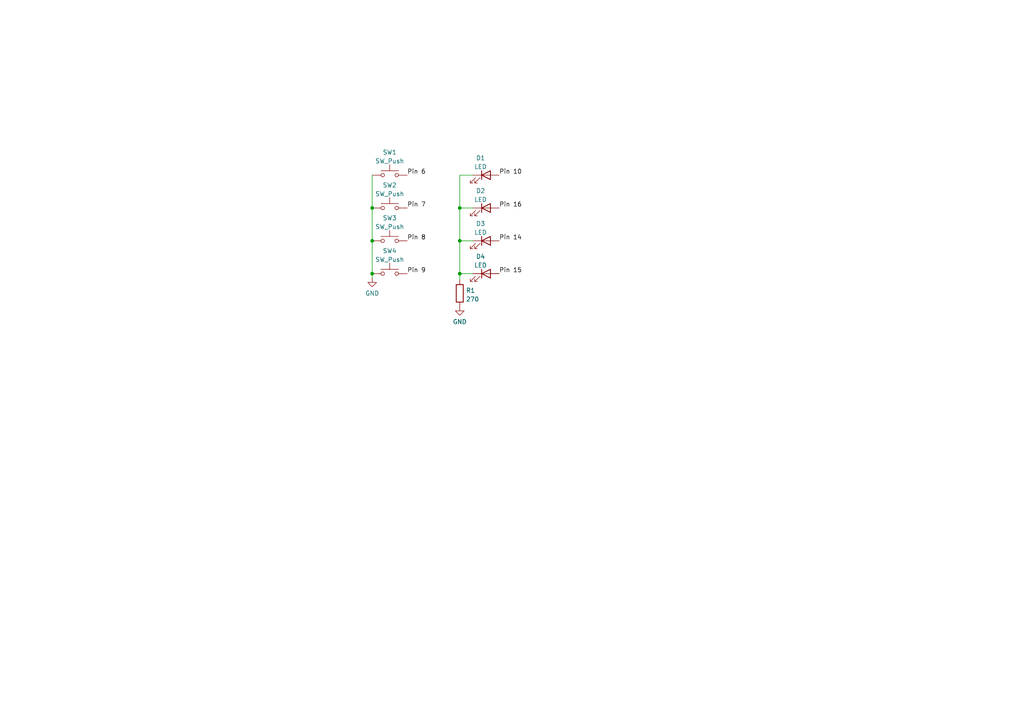
<source format=kicad_sch>
(kicad_sch (version 20211123) (generator eeschema)
  (paper "A4")
  (lib_symbols
    (symbol "Device:LED" (pin_numbers hide) (pin_names (offset 1.016) hide)
      (property "Reference" "D" (at 0 2.54 0))
      (property "Value" "LED" (at 0 -2.54 0))
      (symbol "LED_0_1"
        (polyline (pts (xy -1.27 -1.27) (xy -1.27 1.27)) (stroke (width 0.254)))
        (polyline (pts (xy -1.27 0) (xy 1.27 0)))
        (polyline (pts (xy 1.27 -1.27) (xy 1.27 1.27) (xy -1.27 0) (xy 1.27 -1.27)) (stroke (width 0.254)))
        (polyline (pts (xy -3.048 -0.762) (xy -4.572 -2.286) (xy -3.81 -2.286) (xy -4.572 -2.286) (xy -4.572 -1.524)))
        (polyline (pts (xy -1.778 -0.762) (xy -3.302 -2.286) (xy -2.54 -2.286) (xy -3.302 -2.286) (xy -3.302 -1.524)))
      )
      (symbol "LED_1_1"
        (pin passive line (at -3.81 0 0) (length 2.54) (name "K") (number "1"))
        (pin passive line (at 3.81 0 180) (length 2.54) (name "A") (number "2"))
      )
    )
    (symbol "Device:R" (pin_numbers hide) (pin_names (offset 0))
      (property "Reference" "R" (at 2.032 0 90))
      (property "Value" "R" (at 0 0 90))
      (symbol "R_0_1"
        (rectangle (start -1.016 -2.54) (end 1.016 2.54) (stroke (width 0.254)))
      )
      (symbol "R_1_1"
        (pin passive line (at 0 3.81 270) (length 1.27) (name "~") (number "1"))
        (pin passive line (at 0 -3.81 90) (length 1.27) (name "~") (number "2"))
      )
    )
    (symbol "Switch:SW_Push" (pin_numbers hide) (pin_names (offset 1.016) hide)
      (property "Reference" "SW" (at 1.27 2.54 0))
      (property "Value" "SW_Push" (at 0 -1.524 0))
      (symbol "SW_Push_0_1"
        (circle (center -2.032 0) (radius 0.508))
        (polyline (pts (xy 0 1.27) (xy 0 3.048)))
        (polyline (pts (xy 2.54 1.27) (xy -2.54 1.27)))
        (circle (center 2.032 0) (radius 0.508))
        (pin passive line (at -5.08 0 0) (length 2.54) (name "1") (number "1"))
        (pin passive line (at 5.08 0 180) (length 2.54) (name "2") (number "2"))
      )
    )
    (symbol "power:GND" (power) (pin_names (offset 0))
      (property "Value" "GND" (at 0 -3.81 0))
      (symbol "GND_0_1"
        (polyline (pts (xy 0 0) (xy 0 -1.27) (xy 1.27 -1.27) (xy 0 -2.54) (xy -1.27 -1.27) (xy 0 -1.27)))
      )
      (symbol "GND_1_1"
        (pin power_in line (at 0 0 270) (length 0) hide (name "GND") (number "1"))
      )
    )
  )
  (junction (at 107.95 69.85))
  (junction (at 133.35 69.85))
  (junction (at 133.35 60.325))
  (junction (at 133.35 79.375))
  (junction (at 107.95 60.325))
  (junction (at 107.95 79.375))
  (wire (pts (xy 133.35 60.325) (xy 133.35 50.8)))
  (wire (pts (xy 133.35 79.375) (xy 133.35 69.85)))
  (wire (pts (xy 133.35 79.375) (xy 133.35 81.28)))
  (wire (pts (xy 133.35 60.325) (xy 137.16 60.325)))
  (wire (pts (xy 107.95 69.85) (xy 107.95 79.375)))
  (wire (pts (xy 107.95 79.375) (xy 107.95 80.645)))
  (wire (pts (xy 137.16 79.375) (xy 133.35 79.375)))
  (wire (pts (xy 133.35 50.8) (xy 137.16 50.8)))
  (wire (pts (xy 107.95 60.325) (xy 107.95 69.85)))
  (wire (pts (xy 107.95 50.8) (xy 107.95 60.325)))
  (wire (pts (xy 133.35 69.85) (xy 137.16 69.85)))
  (wire (pts (xy 133.35 69.85) (xy 133.35 60.325)))
  (label "Pin 14" (at 144.78 69.85 0))
  (label "Pin 7" (at 118.11 60.325 0))
  (label "Pin 16" (at 144.78 60.325 0))
  (label "Pin 15" (at 144.78 79.375 0))
  (label "Pin 9" (at 118.11 79.375 0))
  (label "Pin 6" (at 118.11 50.8 0))
  (label "Pin 10" (at 144.78 50.8 0))
  (label "Pin 8" (at 118.11 69.85 0))
  (symbol (lib_id "Device:R") (at 133.35 85.09 0) (unit 1)
    (property "Reference" "R1" (at 135.128 84.2553 0) (effects (justify left)))
    (property "Value" "270" (at 135.128 86.7922 0) (effects (justify left)))
  )
  (symbol (lib_id "Switch:SW_Push") (at 113.03 60.325 0) (unit 1)
    (property "Reference" "SW2" (at 113.03 53.7042 0))
    (property "Value" "SW_Push" (at 113.03 56.2411 0))
  )
  (symbol (lib_id "Device:LED") (at 140.97 50.8 0) (unit 1)
    (property "Reference" "D1" (at 139.3825 45.8302 0))
    (property "Value" "LED" (at 139.3825 48.3671 0))
  )
  (symbol (lib_id "Device:LED") (at 140.97 79.375 0) (unit 1)
    (property "Reference" "D4" (at 139.3825 74.4052 0))
    (property "Value" "LED" (at 139.3825 76.9421 0))
  )
  (symbol (lib_id "power:GND") (at 107.95 80.645 0) (unit 1)
    (property "Reference" "#PWR01" (effects hide))
    (property "Value" "GND" (at 107.95 85.0884 0))
  )
  (symbol (lib_id "Device:LED") (at 140.97 69.85 0) (unit 1)
    (property "Reference" "D3" (at 139.3825 64.8802 0))
    (property "Value" "LED" (at 139.3825 67.4171 0))
  )
  (symbol (lib_id "Switch:SW_Push") (at 113.03 69.85 0) (unit 1)
    (property "Reference" "SW3" (at 113.03 63.2292 0))
    (property "Value" "SW_Push" (at 113.03 65.7661 0))
  )
  (symbol (lib_id "Switch:SW_Push") (at 113.03 79.375 0) (unit 1)
    (property "Reference" "SW4" (at 113.03 72.7542 0))
    (property "Value" "SW_Push" (at 113.03 75.2911 0))
  )
  (symbol (lib_id "power:GND") (at 133.35 88.9 0) (unit 1)
    (property "Reference" "#PWR02" (effects hide))
    (property "Value" "GND" (at 133.35 93.3434 0))
  )
  (symbol (lib_id "Switch:SW_Push") (at 113.03 50.8 0) (unit 1)
    (property "Reference" "SW1" (at 113.03 44.1792 0))
    (property "Value" "SW_Push" (at 113.03 46.7161 0))
  )
  (symbol (lib_id "Device:LED") (at 140.97 60.325 0) (unit 1)
    (property "Reference" "D2" (at 139.3825 55.3552 0))
    (property "Value" "LED" (at 139.3825 57.8921 0))
  )
)
</source>
